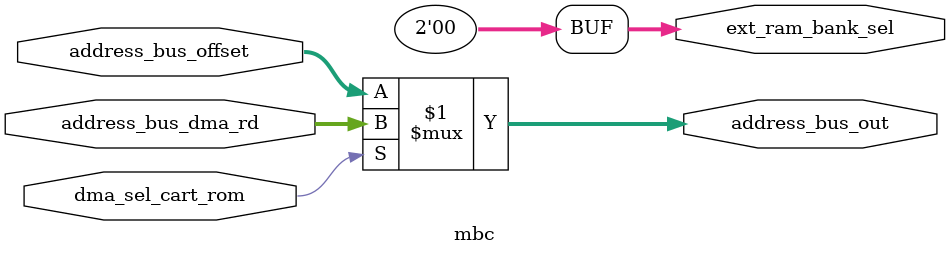
<source format=v>
`timescale 1ns / 1ps

module mbc(
	address_bus_offset,
	address_bus_dma_rd,
	address_bus_out,
	dma_sel_cart_rom,
	ext_ram_bank_sel
	);

input		[15:0]	address_bus_offset;
input		[15:0]	address_bus_dma_rd;
input					dma_sel_cart_rom;

output	[15:0]	address_bus_out;
output	[1:0]		ext_ram_bank_sel;


assign address_bus_out = (dma_sel_cart_rom) ? address_bus_dma_rd : address_bus_offset;
assign ext_ram_bank_sel = 2'b00;

endmodule

</source>
